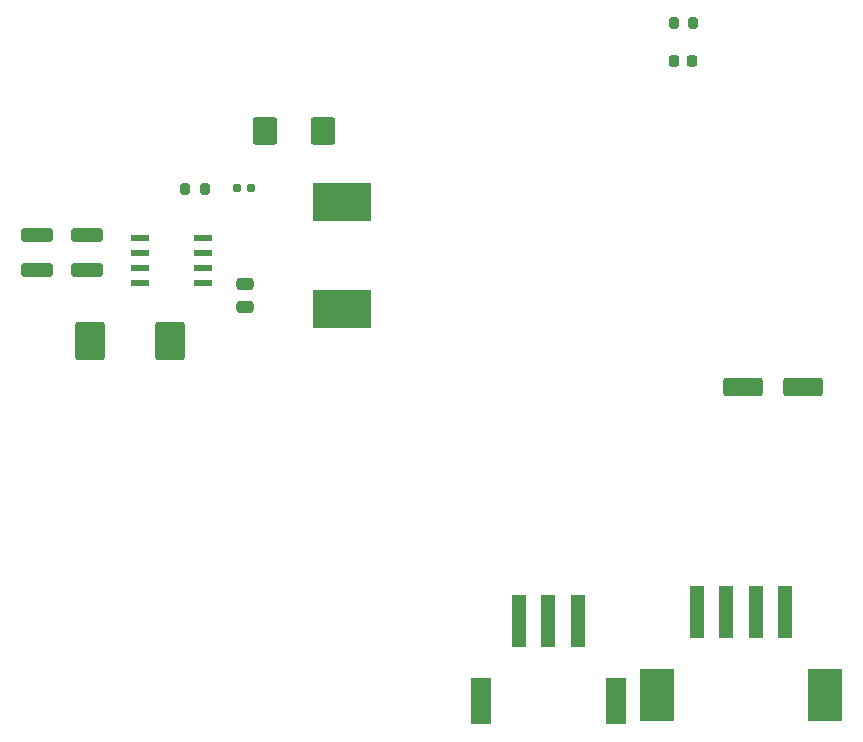
<source format=gbr>
%TF.GenerationSoftware,KiCad,Pcbnew,8.0.3*%
%TF.CreationDate,2024-07-18T14:58:56-04:00*%
%TF.ProjectId,Drop_Gen_PCB,44726f70-5f47-4656-9e5f-5043422e6b69,rev?*%
%TF.SameCoordinates,Original*%
%TF.FileFunction,Paste,Top*%
%TF.FilePolarity,Positive*%
%FSLAX46Y46*%
G04 Gerber Fmt 4.6, Leading zero omitted, Abs format (unit mm)*
G04 Created by KiCad (PCBNEW 8.0.3) date 2024-07-18 14:58:56*
%MOMM*%
%LPD*%
G01*
G04 APERTURE LIST*
G04 Aperture macros list*
%AMRoundRect*
0 Rectangle with rounded corners*
0 $1 Rounding radius*
0 $2 $3 $4 $5 $6 $7 $8 $9 X,Y pos of 4 corners*
0 Add a 4 corners polygon primitive as box body*
4,1,4,$2,$3,$4,$5,$6,$7,$8,$9,$2,$3,0*
0 Add four circle primitives for the rounded corners*
1,1,$1+$1,$2,$3*
1,1,$1+$1,$4,$5*
1,1,$1+$1,$6,$7*
1,1,$1+$1,$8,$9*
0 Add four rect primitives between the rounded corners*
20,1,$1+$1,$2,$3,$4,$5,0*
20,1,$1+$1,$4,$5,$6,$7,0*
20,1,$1+$1,$6,$7,$8,$9,0*
20,1,$1+$1,$8,$9,$2,$3,0*%
G04 Aperture macros list end*
%ADD10RoundRect,0.200000X0.200000X0.275000X-0.200000X0.275000X-0.200000X-0.275000X0.200000X-0.275000X0*%
%ADD11RoundRect,0.218750X0.218750X0.256250X-0.218750X0.256250X-0.218750X-0.256250X0.218750X-0.256250X0*%
%ADD12RoundRect,0.250000X0.475000X-0.250000X0.475000X0.250000X-0.475000X0.250000X-0.475000X-0.250000X0*%
%ADD13RoundRect,0.250000X0.787500X0.925000X-0.787500X0.925000X-0.787500X-0.925000X0.787500X-0.925000X0*%
%ADD14R,1.300000X4.500000*%
%ADD15R,3.000000X4.500000*%
%ADD16RoundRect,0.250000X-1.100000X0.325000X-1.100000X-0.325000X1.100000X-0.325000X1.100000X0.325000X0*%
%ADD17RoundRect,0.160000X0.197500X0.160000X-0.197500X0.160000X-0.197500X-0.160000X0.197500X-0.160000X0*%
%ADD18RoundRect,0.250000X1.000000X-1.400000X1.000000X1.400000X-1.000000X1.400000X-1.000000X-1.400000X0*%
%ADD19RoundRect,0.250000X1.412500X0.550000X-1.412500X0.550000X-1.412500X-0.550000X1.412500X-0.550000X0*%
%ADD20R,4.950000X3.175000*%
%ADD21R,1.800000X3.900000*%
%ADD22R,1.550000X0.600000*%
G04 APERTURE END LIST*
D10*
%TO.C,R3*%
X117800000Y-95800000D03*
X119450000Y-95800000D03*
%TD*%
D11*
%TO.C,D2*%
X119372500Y-99000000D03*
X117797500Y-99000000D03*
%TD*%
D12*
%TO.C,C3*%
X81508600Y-119812100D03*
X81508600Y-117912100D03*
%TD*%
D13*
%TO.C,C2*%
X88136700Y-104954600D03*
X83211700Y-104954600D03*
%TD*%
D14*
%TO.C,J2*%
X119750000Y-145687200D03*
X122250000Y-145687200D03*
X124750000Y-145687200D03*
X127250000Y-145687200D03*
D15*
X130600000Y-152687200D03*
X116400000Y-152687200D03*
%TD*%
D16*
%TO.C,C5*%
X63855600Y-113766600D03*
X63855600Y-116716600D03*
%TD*%
D17*
%TO.C,R1*%
X82029900Y-109780600D03*
X80834900Y-109780600D03*
%TD*%
D18*
%TO.C,D1*%
X68380400Y-122707400D03*
X75180400Y-122707400D03*
%TD*%
D10*
%TO.C,R2*%
X78091800Y-109806000D03*
X76441800Y-109806000D03*
%TD*%
D19*
%TO.C,C1*%
X128775000Y-126600000D03*
X123700000Y-126600000D03*
%TD*%
D16*
%TO.C,C4*%
X68100000Y-113725000D03*
X68100000Y-116675000D03*
%TD*%
D20*
%TO.C,L1*%
X89687400Y-119966000D03*
X89687400Y-110951000D03*
%TD*%
D14*
%TO.C,J1*%
X104700000Y-146400000D03*
X107200000Y-146400000D03*
X109700000Y-146400000D03*
D21*
X101500000Y-153220000D03*
X112900000Y-153220000D03*
%TD*%
D22*
%TO.C,U4*%
X77985600Y-117846100D03*
X77985600Y-116576100D03*
X77985600Y-115306100D03*
X77985600Y-114036100D03*
X72585600Y-114036100D03*
X72585600Y-115306100D03*
X72585600Y-116576100D03*
X72585600Y-117846100D03*
%TD*%
M02*

</source>
